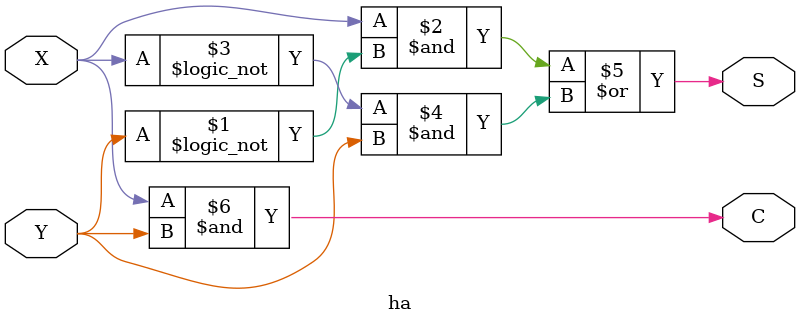
<source format=v>
module ha(X, Y, S, C);

	input X;
	input Y;
	output S;
	output C;
assign S = (X & (!Y)) | ((!X) & Y);	// S = X XOR Y
assign C = X & Y;						// C = X AND Y

endmodule 
</source>
